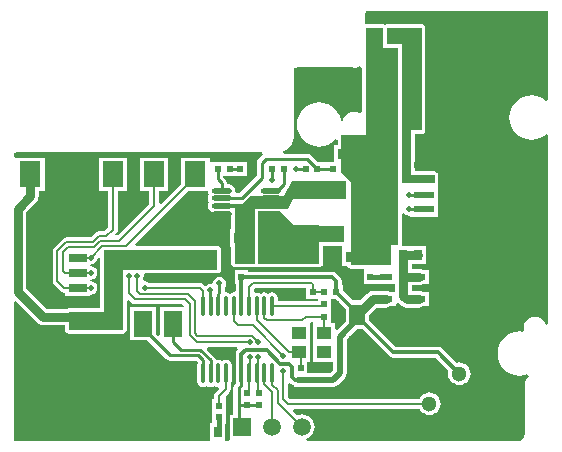
<source format=gtl>
%FSLAX25Y25*%
%MOIN*%
G70*
G01*
G75*
G04 Layer_Physical_Order=1*
G04 Layer_Color=255*
%ADD10R,0.07087X0.08661*%
%ADD11R,0.05906X0.02953*%
%ADD12R,0.11811X0.08268*%
%ADD13R,0.06693X0.02362*%
%ADD14R,0.10630X0.03937*%
%ADD15R,0.06299X0.08661*%
%ADD16R,0.03543X0.03740*%
%ADD17O,0.06693X0.01693*%
%ADD18R,0.01969X0.02165*%
%ADD19R,0.03000X0.03543*%
%ADD20R,0.16535X0.05512*%
%ADD21R,0.03937X0.05709*%
%ADD22R,0.04331X0.02362*%
%ADD23R,0.05315X0.07087*%
%ADD24R,0.02803X0.03600*%
%ADD25R,0.02804X0.03600*%
%ADD26R,0.02165X0.01969*%
%ADD27O,0.01378X0.06693*%
%ADD28R,0.04724X0.04331*%
%ADD29C,0.03000*%
%ADD30C,0.01500*%
%ADD31C,0.00800*%
%ADD32C,0.01000*%
%ADD33C,0.01200*%
%ADD34C,0.02000*%
%ADD35R,0.05118X0.05118*%
%ADD36C,0.05118*%
%ADD37R,0.05906X0.05906*%
%ADD38C,0.05906*%
%ADD39C,0.01969*%
G36*
X101272Y41015D02*
X101272D01*
Y34284D01*
Y27985D01*
X107857D01*
Y25029D01*
X106939Y24112D01*
X99216D01*
Y27985D01*
X100128D01*
Y34284D01*
Y41015D01*
D01*
Y41015D01*
X100482Y41369D01*
X101272D01*
Y41015D01*
D02*
G37*
G36*
X98884Y49017D02*
X102747D01*
Y48152D01*
X89442D01*
Y49178D01*
X89295Y49915D01*
X88878Y50540D01*
X88253Y50957D01*
X87516Y51104D01*
X86779Y50957D01*
X86236Y50595D01*
X85694Y50957D01*
X84957Y51104D01*
X84220Y50957D01*
X83677Y50595D01*
X83135Y50957D01*
X82398Y51104D01*
X82088Y51042D01*
X81470Y51550D01*
Y52163D01*
X81976Y52669D01*
X98884D01*
Y49017D01*
D02*
G37*
G36*
X66265Y84202D02*
X66587Y83720D01*
X66265Y83239D01*
X66106Y82441D01*
X66265Y81642D01*
X66587Y81161D01*
X66265Y80680D01*
X66106Y79882D01*
X66265Y79083D01*
X66717Y78407D01*
X67394Y77954D01*
X68193Y77795D01*
X73193D01*
X73355Y77828D01*
X73973Y77320D01*
Y72109D01*
X73556D01*
Y66166D01*
X73973D01*
Y60630D01*
X74067Y60162D01*
X74332Y59765D01*
X74729Y59500D01*
X75197Y59406D01*
X81890D01*
X82358Y59500D01*
X82433Y59549D01*
X82800Y59477D01*
X103200D01*
X103668Y59570D01*
X104065Y59835D01*
X104129Y59930D01*
X104373D01*
Y60446D01*
X104423Y60700D01*
Y66682D01*
X110832D01*
Y66070D01*
X110832D01*
Y59930D01*
X112617D01*
X112649Y59768D01*
X112914Y59371D01*
X113311Y59106D01*
X113779Y59013D01*
X118084D01*
Y58483D01*
X118084D01*
Y53917D01*
X122123D01*
Y53859D01*
X128572D01*
Y51141D01*
X126795D01*
X126193Y51390D01*
X125488Y51483D01*
X121102D01*
X120397Y51390D01*
X119741Y51118D01*
X119177Y50686D01*
X116892Y48401D01*
X114363D01*
X111053Y51711D01*
Y53583D01*
X110704D01*
Y54931D01*
X110587Y55517D01*
X110564Y55634D01*
X110166Y56229D01*
X108898Y57498D01*
X108302Y57896D01*
X108186Y57919D01*
X107600Y58035D01*
X79453D01*
Y58483D01*
X75084D01*
Y53917D01*
X75444D01*
Y51591D01*
X74826Y51083D01*
X74721Y51104D01*
X73983Y50957D01*
X73441Y50595D01*
X72899Y50957D01*
X72161Y51104D01*
X71733Y51455D01*
Y52763D01*
X72057Y53248D01*
X72227Y54100D01*
X72057Y54952D01*
X71575Y55675D01*
X70852Y56157D01*
X70000Y56327D01*
X69148Y56157D01*
X68425Y55675D01*
X67943Y54952D01*
X67840Y54437D01*
X67175Y53992D01*
X67000Y54027D01*
X66148Y53857D01*
X65425Y53375D01*
X64977Y53331D01*
X64553Y53754D01*
X64024Y54107D01*
X63400Y54231D01*
X46590D01*
X45952Y54658D01*
X45100Y54827D01*
X44905Y54788D01*
X44461Y55453D01*
X44657Y55748D01*
X44827Y56600D01*
X44783Y56819D01*
X45291Y57438D01*
X69291D01*
X69760Y57531D01*
X70157Y57796D01*
X70422Y58193D01*
X70515Y58661D01*
Y65354D01*
X70422Y65823D01*
X70157Y66220D01*
X69760Y66485D01*
X69291Y66578D01*
X42230D01*
X41924Y67317D01*
X59576Y84969D01*
X66113D01*
X66265Y84202D01*
D02*
G37*
G36*
X69291Y58661D02*
X37795D01*
Y38583D01*
X19685D01*
Y44488D01*
X31496D01*
Y65354D01*
X69291D01*
Y58661D01*
D02*
G37*
G36*
X76284Y32030D02*
X75982Y31727D01*
X75584Y31132D01*
X75561Y31015D01*
X75444Y30429D01*
Y27193D01*
X75353Y26737D01*
Y21422D01*
X75432Y21027D01*
Y20797D01*
X75152Y20517D01*
X74777Y19955D01*
X74645Y19291D01*
Y10353D01*
X73347D01*
Y2047D01*
D01*
Y2047D01*
X72783Y1483D01*
X72002D01*
Y7247D01*
X72083D01*
Y11184D01*
Y15553D01*
X72083D01*
X72083Y16476D01*
X73315Y17708D01*
X73669Y18237D01*
X73793Y18861D01*
Y20463D01*
X73941Y20685D01*
X74087Y21422D01*
Y26737D01*
X73941Y27474D01*
X73523Y28099D01*
X72899Y28516D01*
X72161Y28663D01*
X71424Y28516D01*
X70882Y28154D01*
X70339Y28516D01*
X69602Y28663D01*
X69323Y28607D01*
X68658Y29052D01*
X68645Y29120D01*
X68269Y29682D01*
X65922Y32030D01*
X66228Y32769D01*
X75978D01*
X76284Y32030D01*
D02*
G37*
G36*
X40747Y47646D02*
X41276Y47293D01*
X41900Y47169D01*
X57562D01*
X58007Y46503D01*
X57871Y46176D01*
X50050D01*
Y36946D01*
X49311Y36640D01*
X48750Y37202D01*
Y46176D01*
X40050D01*
Y35115D01*
X45934D01*
X52174Y28874D01*
X52737Y28499D01*
X53400Y28367D01*
X62137D01*
X62751Y27752D01*
Y27543D01*
X62705Y27474D01*
X62558Y26737D01*
Y21422D01*
X62705Y20685D01*
X63122Y20060D01*
X63747Y19643D01*
X64484Y19496D01*
X65221Y19643D01*
X65764Y20005D01*
X66306Y19643D01*
X67043Y19496D01*
X67780Y19643D01*
X68323Y20005D01*
X68865Y19643D01*
X69510Y19514D01*
X69742Y18749D01*
X68647Y17653D01*
X68293Y17124D01*
X68169Y16500D01*
Y15553D01*
X67517D01*
Y11184D01*
Y7400D01*
X66798D01*
Y1483D01*
X2591D01*
X2583Y1488D01*
X1969Y1610D01*
X1733Y1563D01*
X1606Y1973D01*
X1606Y1973D01*
X1606D01*
X1484Y2587D01*
X1478Y2595D01*
Y13161D01*
X1484Y13169D01*
X1606Y13784D01*
X1484Y14398D01*
X1478Y14406D01*
Y47759D01*
X2217Y48065D01*
X9390Y40892D01*
X9954Y40460D01*
X10611Y40188D01*
X11316Y40095D01*
X18462D01*
Y38583D01*
X18555Y38115D01*
X18820Y37718D01*
X19217Y37452D01*
X19685Y37359D01*
X37795D01*
X38263Y37452D01*
X38660Y37718D01*
X38926Y38115D01*
X39019Y38583D01*
Y48329D01*
X39758Y48635D01*
X40747Y47646D01*
D02*
G37*
G36*
X112143Y45430D02*
Y41515D01*
X109135Y38507D01*
X108396Y38813D01*
Y41015D01*
X107116D01*
Y44917D01*
Y49017D01*
X108556D01*
X112143Y45430D01*
D02*
G37*
G36*
X84495Y96973D02*
X84274Y96826D01*
X82974Y95526D01*
X82599Y94963D01*
X82467Y94300D01*
Y90018D01*
X76623Y84174D01*
X75746D01*
X75238Y84793D01*
X75279Y85000D01*
X75121Y85799D01*
X74668Y86475D01*
X73991Y86928D01*
X73193Y87086D01*
X72426D01*
Y87707D01*
X72294Y88370D01*
X71919Y88933D01*
X71225Y89626D01*
Y89879D01*
X79176D01*
Y94444D01*
X67308D01*
D01*
X67308D01*
X66743Y95009D01*
Y96031D01*
X57257D01*
Y87264D01*
X50621Y80628D01*
X49881Y80934D01*
Y84969D01*
X52993D01*
Y96031D01*
X43507D01*
Y84969D01*
X46619D01*
Y80426D01*
X36247Y70054D01*
X35462Y70210D01*
X35332Y70525D01*
X35653Y70846D01*
X36007Y71376D01*
X36131Y72000D01*
X36131Y72000D01*
X36131Y72000D01*
Y72000D01*
Y84969D01*
X39243D01*
Y96031D01*
X29757D01*
Y84969D01*
X32869D01*
Y72676D01*
X31579Y71386D01*
X29673D01*
X29049Y71262D01*
X28520Y70908D01*
X27044Y69431D01*
X19000D01*
X18376Y69307D01*
X17846Y68954D01*
X14846Y65953D01*
X14493Y65424D01*
X14369Y64800D01*
Y54900D01*
X14369Y54900D01*
X14369D01*
X14493Y54276D01*
X14846Y53746D01*
X17086Y51507D01*
X17615Y51153D01*
X18239Y51029D01*
X18531D01*
Y49984D01*
X26836D01*
Y50156D01*
X27100Y50373D01*
X27952Y50542D01*
X28675Y51025D01*
X29158Y51748D01*
X29327Y52600D01*
X29158Y53452D01*
X28675Y54175D01*
X27952Y54658D01*
X27100Y54827D01*
X27100Y54827D01*
X27100Y54827D01*
X26836Y54905D01*
Y55156D01*
X27100Y55373D01*
X27952Y55542D01*
X28675Y56025D01*
X29158Y56748D01*
X29327Y57600D01*
X29158Y58452D01*
X28675Y59175D01*
X27952Y59658D01*
X27100Y59827D01*
X27100Y59827D01*
X27100Y59827D01*
X26836Y59905D01*
Y60250D01*
X27063Y60436D01*
X27915Y60605D01*
X28638Y61088D01*
X29120Y61811D01*
X29207Y62247D01*
X29913Y62625D01*
X30273Y62476D01*
Y45712D01*
X19685D01*
X19217Y45619D01*
X19101Y45541D01*
X12444D01*
X5523Y52462D01*
Y77772D01*
X8926Y81174D01*
X9358Y81738D01*
X9630Y82395D01*
X9723Y83100D01*
Y84969D01*
X11743D01*
Y96031D01*
X2257D01*
Y96031D01*
X2044D01*
X1766Y96309D01*
X1487Y96649D01*
X1606Y97249D01*
X1559Y97484D01*
X1969Y97611D01*
X1969Y97611D01*
Y97611D01*
X2583Y97733D01*
X2591Y97739D01*
X84263D01*
X84495Y96973D01*
D02*
G37*
G36*
X116938Y126485D02*
X117577Y125652D01*
Y111667D01*
X116942Y110840D01*
X116911Y110819D01*
X115995Y111199D01*
X115767Y111229D01*
X115615Y111330D01*
X115000Y111453D01*
X114386Y111330D01*
X114234Y111229D01*
X114005Y111199D01*
X113078Y110815D01*
X112281Y110204D01*
X111670Y109407D01*
X111286Y108480D01*
X111261Y108289D01*
X110461Y108302D01*
X110438Y108533D01*
X110018Y109919D01*
X109335Y111197D01*
X108415Y112317D01*
X107295Y113236D01*
X106018Y113919D01*
X104631Y114340D01*
X103189Y114482D01*
X101747Y114340D01*
X100361Y113919D01*
X99083Y113236D01*
X97963Y112317D01*
X97044Y111197D01*
X96361Y109919D01*
X95940Y108533D01*
X95798Y107091D01*
X95940Y105649D01*
X96361Y104262D01*
X97044Y102985D01*
X97963Y101865D01*
X99083Y100945D01*
X100361Y100262D01*
X101747Y99842D01*
X103189Y99700D01*
X104631Y99842D01*
X106018Y100262D01*
X107295Y100945D01*
X108415Y101865D01*
X108653Y102154D01*
X109406Y101885D01*
Y100137D01*
X108265D01*
Y94448D01*
X105517D01*
D01*
D01*
X105517Y94448D01*
X104822D01*
Y94448D01*
X102806D01*
X100429Y96826D01*
X99866Y97201D01*
X99203Y97333D01*
X91484D01*
X91328Y98118D01*
X92126Y98448D01*
X93252Y99312D01*
X94115Y100437D01*
X94658Y101748D01*
X94745Y102413D01*
X94830Y102539D01*
X94952Y103154D01*
X94830Y103769D01*
X94825Y103776D01*
Y124933D01*
X94830Y124941D01*
X94952Y125556D01*
X94906Y125791D01*
X95315Y125918D01*
X95315Y125918D01*
Y125918D01*
X95930Y126040D01*
X95937Y126046D01*
X114575D01*
X114582Y126040D01*
X115197Y125918D01*
X115812Y126040D01*
X115970Y126146D01*
X116089Y126162D01*
X116911Y126503D01*
X116938Y126485D01*
D02*
G37*
G36*
X178520Y145017D02*
X179134Y144895D01*
X179370Y144941D01*
X179497Y144532D01*
X179497Y144532D01*
X179497D01*
X179619Y143918D01*
X179624Y143910D01*
Y115223D01*
X178901Y114881D01*
X178122Y115520D01*
X176845Y116203D01*
X175458Y116624D01*
X174016Y116766D01*
X172574Y116624D01*
X171187Y116203D01*
X169910Y115520D01*
X168790Y114601D01*
X167870Y113481D01*
X167188Y112203D01*
X166767Y110816D01*
X166625Y109374D01*
X166767Y107932D01*
X167188Y106546D01*
X167870Y105268D01*
X168790Y104148D01*
X169910Y103229D01*
X171187Y102546D01*
X172574Y102125D01*
X174016Y101983D01*
X175458Y102125D01*
X176845Y102546D01*
X178122Y103229D01*
X178901Y103868D01*
X179624Y103526D01*
Y40502D01*
X178840Y40346D01*
X178527Y41100D01*
X177916Y41896D01*
X177120Y42507D01*
X176192Y42892D01*
X175197Y43023D01*
X174202Y42892D01*
X173275Y42507D01*
X172478Y41896D01*
X171867Y41100D01*
X171483Y40173D01*
X171352Y39178D01*
X171428Y38601D01*
X170872Y38026D01*
X170079Y38104D01*
X168637Y37962D01*
X167251Y37541D01*
X165973Y36858D01*
X164853Y35939D01*
X163934Y34819D01*
X163251Y33541D01*
X162830Y32155D01*
X162688Y30713D01*
X162830Y29271D01*
X163251Y27885D01*
X163934Y26607D01*
X164853Y25487D01*
X165973Y24567D01*
X167251Y23884D01*
X168637Y23464D01*
X170079Y23322D01*
X171521Y23464D01*
X172552Y23776D01*
X173007Y23119D01*
X172460Y22406D01*
X171917Y21096D01*
X171732Y19689D01*
X171750D01*
Y15752D01*
Y3941D01*
X171750Y3941D01*
D01*
D01*
X171763Y3875D01*
X171587Y2990D01*
X171049Y2184D01*
X170242Y1646D01*
X169357Y1469D01*
X169292Y1483D01*
X99013D01*
X98857Y2267D01*
X99594Y2573D01*
X100462Y3238D01*
X101127Y4106D01*
X101546Y5116D01*
X101689Y6200D01*
X101546Y7284D01*
X101127Y8294D01*
X100462Y9162D01*
X99594Y9827D01*
X98584Y10246D01*
X97500Y10389D01*
X96416Y10246D01*
X95953Y10054D01*
X94377Y11630D01*
X94684Y12369D01*
X136607D01*
X136716Y12104D01*
X137319Y11319D01*
X138104Y10717D01*
X139019Y10338D01*
X140000Y10209D01*
X140981Y10338D01*
X141896Y10717D01*
X142681Y11319D01*
X143283Y12104D01*
X143662Y13019D01*
X143791Y14000D01*
X143662Y14981D01*
X143283Y15896D01*
X142681Y16681D01*
X141896Y17284D01*
X140981Y17662D01*
X140000Y17792D01*
X139019Y17662D01*
X138104Y17284D01*
X137319Y16681D01*
X136716Y15896D01*
X136607Y15631D01*
X93476D01*
X92931Y16176D01*
Y20528D01*
X93670Y20834D01*
X93934Y20571D01*
X94529Y20173D01*
X94646Y20150D01*
X94717Y20135D01*
Y19684D01*
X96704D01*
X97000Y19625D01*
X107869D01*
X108727Y19796D01*
X109455Y20282D01*
X109455Y20282D01*
X109455Y20282D01*
X111686Y22514D01*
X111686Y22514D01*
X111686Y22514D01*
X112172Y23242D01*
X112343Y24100D01*
Y35371D01*
X115886Y38914D01*
X117590D01*
X126700Y29805D01*
X127098Y29539D01*
X127295Y29407D01*
X127998Y29267D01*
X142138D01*
X146363Y25042D01*
X146338Y24981D01*
X146209Y24000D01*
X146338Y23019D01*
X146716Y22104D01*
X147319Y21319D01*
X148104Y20717D01*
X149019Y20338D01*
X150000Y20209D01*
X150981Y20338D01*
X151896Y20717D01*
X152681Y21319D01*
X153284Y22104D01*
X153662Y23019D01*
X153791Y24000D01*
X153662Y24981D01*
X153284Y25896D01*
X152681Y26681D01*
X151896Y27283D01*
X150981Y27662D01*
X150000Y27792D01*
X149019Y27662D01*
X148958Y27637D01*
X144195Y32400D01*
X143600Y32798D01*
X143483Y32821D01*
X142898Y32938D01*
X128758D01*
X119858Y41838D01*
Y43664D01*
X122230Y46036D01*
X125488D01*
X126193Y46129D01*
X126795Y46379D01*
X128853D01*
Y47352D01*
X129593Y47658D01*
X130417Y46834D01*
X130981Y46401D01*
X131638Y46129D01*
X132343Y46036D01*
X136512D01*
X137217Y46129D01*
X137819Y46379D01*
X139877D01*
Y51141D01*
X137819D01*
X137217Y51390D01*
X136512Y51483D01*
X134019D01*
Y53517D01*
X136512D01*
X137217Y53610D01*
X137819Y53859D01*
X139877D01*
Y58621D01*
X137819D01*
X137217Y58871D01*
X136512Y58964D01*
X134019D01*
Y60528D01*
X138747D01*
Y63323D01*
X138770Y63500D01*
X138747Y63677D01*
Y66472D01*
X131126D01*
X130751Y66929D01*
Y77156D01*
X131517Y77388D01*
X131625Y77225D01*
X132348Y76743D01*
X133200Y76573D01*
X133426Y76618D01*
X133741Y76359D01*
Y76359D01*
X142834D01*
Y80715D01*
X142834D01*
Y80715D01*
D01*
X142834Y81121D01*
Y81132D01*
Y81201D01*
X142834Y81280D01*
X142834Y81687D01*
X142834Y81687D01*
X142834D01*
Y85636D01*
X142834D01*
Y85636D01*
D01*
X142834Y86042D01*
Y86054D01*
Y86122D01*
X142834Y86202D01*
X142834Y86608D01*
X142834D01*
Y86608D01*
Y86608D01*
D01*
X142956Y87402D01*
Y87402D01*
Y90158D01*
X142863Y90626D01*
X142834Y90669D01*
Y90964D01*
X142637D01*
X142597Y91023D01*
X142201Y91288D01*
X141732Y91381D01*
X135082D01*
Y103895D01*
X137402D01*
X137870Y103988D01*
X138267Y104253D01*
X138532Y104650D01*
X138625Y105118D01*
Y139370D01*
X138532Y139838D01*
X138267Y140235D01*
X137870Y140500D01*
X137402Y140594D01*
X125984D01*
X125516Y140500D01*
X125197Y140287D01*
X124878Y140500D01*
X124409Y140594D01*
X118800D01*
X118644Y140722D01*
Y143910D01*
X118649Y143918D01*
X118771Y144532D01*
X118725Y144768D01*
X119134Y144895D01*
X119134Y144895D01*
Y144895D01*
X119749Y145017D01*
X119756Y145022D01*
X178512D01*
X178520Y145017D01*
D02*
G37*
G36*
X137402Y105118D02*
X133858D01*
Y90158D01*
X141732D01*
Y87402D01*
X130709D01*
Y133858D01*
X125984D01*
Y139370D01*
X137402D01*
Y105118D01*
D02*
G37*
G36*
X124409Y132677D02*
X129528D01*
Y66929D01*
X127165D01*
Y60236D01*
X113779D01*
Y87795D01*
X110630Y90945D01*
Y103543D01*
X118800D01*
Y139370D01*
X124409D01*
Y132677D01*
D02*
G37*
G36*
X112205Y82284D02*
X94488D01*
X92847Y79000D01*
X81890D01*
Y60630D01*
X75197D01*
Y79134D01*
X68110D01*
Y80709D01*
X77559D01*
X80150Y83300D01*
X91462D01*
X94095Y88189D01*
X112205D01*
Y82284D01*
D02*
G37*
G36*
X92500Y75900D02*
X95000Y73400D01*
X103200D01*
Y60700D01*
X82800D01*
Y78200D01*
X90100D01*
X92500Y75900D01*
D02*
G37*
D10*
X7000Y90500D02*
D03*
X20750D02*
D03*
X34500D02*
D03*
X48250D02*
D03*
X62000D02*
D03*
D11*
X22683Y62582D02*
D03*
X22683Y42818D02*
D03*
Y47739D02*
D03*
X22683Y52661D02*
D03*
Y57582D02*
D03*
D12*
X11463Y72641D02*
D03*
Y32680D02*
D03*
D13*
X138287Y78740D02*
D03*
Y83661D02*
D03*
Y88583D02*
D03*
Y93504D02*
D03*
D14*
X151575Y70275D02*
D03*
X151575Y101969D02*
D03*
D15*
X44400Y6000D02*
D03*
Y40646D02*
D03*
X54400Y6000D02*
D03*
Y40646D02*
D03*
D16*
X67204Y62638D02*
D03*
X79607D02*
D03*
X101401Y63000D02*
D03*
X113804D02*
D03*
D17*
X70693Y85000D02*
D03*
Y82441D02*
D03*
Y79882D02*
D03*
Y77323D02*
D03*
X87228Y85000D02*
D03*
Y82441D02*
D03*
Y79882D02*
D03*
Y77323D02*
D03*
D18*
X69492Y92161D02*
D03*
X73429D02*
D03*
X76992D02*
D03*
X80929D02*
D03*
X87432Y92100D02*
D03*
X91369D02*
D03*
X107701Y92165D02*
D03*
X111638D02*
D03*
X98701D02*
D03*
X102638D02*
D03*
X136031Y108000D02*
D03*
X139969D02*
D03*
X120268Y56200D02*
D03*
X116332D02*
D03*
X108869Y47200D02*
D03*
X104931D02*
D03*
Y43000D02*
D03*
X108869D02*
D03*
X97031Y25900D02*
D03*
X100969D02*
D03*
X101068Y51300D02*
D03*
X97132D02*
D03*
X108869D02*
D03*
X104931D02*
D03*
X73331Y56200D02*
D03*
X77268D02*
D03*
D19*
X70508Y69138D02*
D03*
X76256D02*
D03*
X110965Y97165D02*
D03*
X105217D02*
D03*
X127795Y136000D02*
D03*
X122047D02*
D03*
X131295Y63500D02*
D03*
X125547D02*
D03*
X141795D02*
D03*
X136047D02*
D03*
D20*
X103303Y70638D02*
D03*
Y85205D02*
D03*
D21*
X141744Y113787D02*
D03*
X134106D02*
D03*
X141744Y121287D02*
D03*
X134106D02*
D03*
X141744Y128787D02*
D03*
X134106D02*
D03*
X141744Y136287D02*
D03*
X134106D02*
D03*
D22*
X136512Y48760D02*
D03*
Y52500D02*
D03*
Y56240D02*
D03*
X125488D02*
D03*
Y48760D02*
D03*
D23*
X116000Y43657D02*
D03*
Y33342D02*
D03*
D24*
X63400Y4400D02*
D03*
D25*
X69400D02*
D03*
D26*
X69800Y13368D02*
D03*
Y9431D02*
D03*
X97000Y17932D02*
D03*
Y21869D02*
D03*
X101100Y17932D02*
D03*
Y21869D02*
D03*
X83300Y17569D02*
D03*
Y13632D02*
D03*
X79200Y17569D02*
D03*
Y13632D02*
D03*
D27*
X64484Y24080D02*
D03*
X67043D02*
D03*
X69602D02*
D03*
X72161D02*
D03*
X74721D02*
D03*
X77280D02*
D03*
X79839D02*
D03*
X82398D02*
D03*
X84957D02*
D03*
X87516D02*
D03*
X64484Y46521D02*
D03*
X67043D02*
D03*
X69602D02*
D03*
X72161D02*
D03*
X74721D02*
D03*
X77280D02*
D03*
X79839D02*
D03*
X82398D02*
D03*
X84957D02*
D03*
X87516D02*
D03*
D28*
X96566Y31350D02*
D03*
X104834D02*
D03*
Y37650D02*
D03*
X96566D02*
D03*
D29*
X131295Y63500D02*
X136047D01*
X131295Y49807D02*
X132343Y48760D01*
X136512D01*
X131630Y56240D02*
X136512D01*
X131295Y49807D02*
Y63500D01*
X121102Y48760D02*
X125488D01*
X116000Y43657D02*
X121102Y48760D01*
X7000Y83100D02*
Y90500D01*
X2800Y78900D02*
X7000Y83100D01*
X2800Y51334D02*
Y78900D01*
Y51334D02*
X11316Y42818D01*
X22683D01*
D30*
X120309Y56240D02*
X125488D01*
X69800Y4800D02*
Y9431D01*
D31*
X87516Y46521D02*
X104252D01*
X84957Y42602D02*
Y46521D01*
Y42602D02*
X85827Y41732D01*
X97638D01*
X98905Y43000D01*
X104931D01*
X79134Y17635D02*
X79839Y18339D01*
Y24080D01*
X84957Y20555D02*
Y24080D01*
Y20555D02*
X87500Y18012D01*
Y6200D02*
Y18012D01*
X87516Y20358D02*
Y24080D01*
Y20358D02*
X89370Y18504D01*
Y14330D02*
Y18504D01*
Y14330D02*
X97500Y6200D01*
X72161Y18861D02*
Y24080D01*
X69800Y16500D02*
X72161Y18861D01*
X69800Y13368D02*
Y16500D01*
X101068Y51300D02*
X104931D01*
Y37747D02*
Y43000D01*
X97031Y25900D02*
Y30885D01*
X22683Y62582D02*
X26982D01*
X27063Y62663D01*
X22702Y57600D02*
X27100D01*
X27063Y62663D02*
X27108D01*
X36654Y68154D02*
X48250Y79750D01*
Y90500D01*
X34500Y72000D02*
Y90500D01*
X38854Y66554D02*
X62000Y89700D01*
Y90500D01*
X18518Y57582D02*
X22683D01*
X17900Y58200D02*
X18518Y57582D01*
X32254Y69754D02*
X34500Y72000D01*
X29673Y69754D02*
X32254D01*
X27719Y67800D02*
X29673Y69754D01*
X30999Y66554D02*
X38854D01*
X30336Y68154D02*
X36654D01*
X27108Y62663D02*
X30999Y66554D01*
X28282Y66100D02*
X30336Y68154D01*
X19600Y66100D02*
X28282D01*
X19000Y67800D02*
X27719D01*
X17900Y58200D02*
Y64400D01*
X19600Y66100D01*
X16000Y64800D02*
X19000Y67800D01*
X16000Y54900D02*
Y64800D01*
Y54900D02*
X18239Y52661D01*
X22683D01*
X79839Y46521D02*
Y52839D01*
X81300Y54300D01*
X100600D01*
X101068Y53831D01*
Y51300D02*
Y53831D01*
X22683Y52661D02*
X27039D01*
X64484Y46521D02*
X64600Y46405D01*
X64484Y46521D02*
Y47416D01*
X82700Y18169D02*
X83300Y17569D01*
X80100Y24341D02*
Y29500D01*
X74721Y41579D02*
Y46521D01*
Y41579D02*
X76200Y40100D01*
X82398Y42012D02*
Y46521D01*
X76200Y40100D02*
X81200D01*
X91300Y30000D01*
X82398Y42012D02*
X93059Y31350D01*
X96566D01*
X91300Y15500D02*
Y24900D01*
Y15500D02*
X92800Y14000D01*
X140000D01*
X45000Y52600D02*
X63400D01*
X64484Y51516D01*
Y46521D02*
Y51516D01*
X39800Y56700D02*
Y56800D01*
X42600Y51400D02*
Y56600D01*
Y51400D02*
X43600Y50400D01*
X59500D01*
X62616Y36584D02*
X81005D01*
X83000Y34589D01*
X62537Y34400D02*
X80100D01*
X60100Y36837D02*
X62537Y34400D01*
X60100Y36837D02*
Y47300D01*
X58600Y48800D02*
X60100Y47300D01*
X41900Y48800D02*
X58600D01*
X39800Y50900D02*
X41900Y48800D01*
X39800Y50900D02*
Y56700D01*
X61700Y37500D02*
X62616Y36584D01*
X61700Y37500D02*
Y48200D01*
X59500Y50400D02*
X61700Y48200D01*
X82700Y18169D02*
Y29100D01*
D32*
X76378Y7322D02*
X76817Y6883D01*
X76378Y19291D02*
X77165Y20079D01*
Y23965D01*
X77280Y24080D01*
X76378Y7322D02*
Y19291D01*
X76624Y13632D02*
X79200D01*
X83300D01*
X70693Y85000D02*
Y87707D01*
X69492Y88908D02*
X70693Y87707D01*
X69492Y88908D02*
Y92161D01*
X73429D02*
X76992D01*
X102638Y92165D02*
X107701D01*
X70693Y82441D02*
X77341D01*
X84200Y89300D01*
Y94300D01*
X85500Y95600D01*
X99203D01*
X102638Y92165D01*
X138249Y83700D02*
X138287Y83661D01*
X133200Y83700D02*
X138249D01*
X133260Y78740D02*
X138287D01*
X67000Y51800D02*
X67043Y46521D01*
X69602D02*
Y50602D01*
X70000Y51000D01*
Y54000D01*
X64484Y24080D02*
Y28470D01*
X54400Y34700D02*
Y40646D01*
Y34700D02*
X57200Y31900D01*
X63600D01*
X67043Y28457D01*
Y24080D02*
Y28457D01*
X62854Y30100D02*
X64484Y28470D01*
X53400Y30100D02*
X62854D01*
X44400Y39100D02*
X53400Y30100D01*
X91369Y87301D02*
Y92100D01*
X87228Y85000D02*
X89067D01*
X91369Y87301D01*
X87432Y88613D02*
Y92100D01*
X98666Y92200D02*
X98701Y92165D01*
X95400Y92200D02*
X98666D01*
D33*
X142898Y31102D02*
X150000Y24000D01*
X127998Y31102D02*
X142898D01*
X108869Y51300D02*
X116000Y44168D01*
X77280Y46521D02*
Y56100D01*
Y56200D02*
X107600D01*
X108869Y54931D01*
Y51300D02*
Y54931D01*
X117500Y41600D02*
X127998Y31102D01*
X95231Y21869D02*
X97000D01*
X94100Y23000D02*
X95231Y21869D01*
X94100Y23000D02*
Y26300D01*
X77280Y24080D02*
Y30429D01*
X78740Y31890D01*
X85710D01*
X93100Y27300D02*
X94100Y26300D01*
X85710Y31890D02*
X90300Y27300D01*
X93100D01*
D34*
X101100Y21869D02*
X107869D01*
X110100Y24100D01*
Y36300D01*
X116000Y42200D01*
Y42800D01*
X97000Y21869D02*
X101100D01*
D35*
X130000Y24000D02*
D03*
D36*
X150000D02*
D03*
X140000Y14000D02*
D03*
D37*
X77500Y6200D02*
D03*
D38*
X87500D02*
D03*
X97500D02*
D03*
X107500D02*
D03*
D39*
X83000Y29400D02*
D03*
X27100Y57600D02*
D03*
Y52600D02*
D03*
X27063Y62663D02*
D03*
X67000Y51800D02*
D03*
X70000Y54100D02*
D03*
X133200Y83700D02*
D03*
Y78800D02*
D03*
X45100Y52600D02*
D03*
X91300Y30000D02*
D03*
X83000Y34400D02*
D03*
X80100D02*
D03*
Y29500D02*
D03*
X91300Y24900D02*
D03*
X39800Y56700D02*
D03*
X42600Y56600D02*
D03*
X11811Y78740D02*
D03*
X19685D02*
D03*
X27559D02*
D03*
Y86614D02*
D03*
Y94488D02*
D03*
X41339Y78740D02*
D03*
Y86614D02*
D03*
Y94488D02*
D03*
X55118D02*
D03*
Y86614D02*
D03*
X65945Y76772D02*
D03*
X62992Y73819D02*
D03*
X65945D02*
D03*
X62992Y76772D02*
D03*
X68898Y73819D02*
D03*
X71850D02*
D03*
X65945Y70866D02*
D03*
X62992D02*
D03*
X45276Y67913D02*
D03*
X51181D02*
D03*
X57087D02*
D03*
Y72835D02*
D03*
X51181D02*
D03*
X57087Y77756D02*
D03*
X78740Y88583D02*
D03*
X74803D02*
D03*
X87402D02*
D03*
X67700Y96600D02*
D03*
X82400Y96400D02*
D03*
X100300Y98900D02*
D03*
X96457Y114173D02*
D03*
Y124016D02*
D03*
Y119095D02*
D03*
X103347Y124016D02*
D03*
X109252D02*
D03*
X115157D02*
D03*
X103347Y119095D02*
D03*
X109252D02*
D03*
X115157D02*
D03*
X109252Y114173D02*
D03*
X115157D02*
D03*
X121063Y143701D02*
D03*
X128937D02*
D03*
X136811D02*
D03*
X144685D02*
D03*
X152559D02*
D03*
X160433D02*
D03*
X169291D02*
D03*
X177165D02*
D03*
Y136811D02*
D03*
Y129921D02*
D03*
Y123031D02*
D03*
X160433Y136811D02*
D03*
Y129921D02*
D03*
Y123031D02*
D03*
X146653Y139764D02*
D03*
Y131890D02*
D03*
Y124016D02*
D03*
Y117126D02*
D03*
Y110236D02*
D03*
X149606Y107283D02*
D03*
X153543D02*
D03*
X157480D02*
D03*
X177165Y98425D02*
D03*
Y89567D02*
D03*
Y81693D02*
D03*
Y72835D02*
D03*
Y64961D02*
D03*
Y55118D02*
D03*
Y46260D02*
D03*
X168307D02*
D03*
X160433D02*
D03*
Y39370D02*
D03*
Y32480D02*
D03*
Y24606D02*
D03*
Y17717D02*
D03*
X170276D02*
D03*
Y10827D02*
D03*
Y3937D02*
D03*
X160433D02*
D03*
Y10827D02*
D03*
X140748Y101378D02*
D03*
Y98425D02*
D03*
X143701Y101378D02*
D03*
Y98425D02*
D03*
X144685Y94488D02*
D03*
X147638D02*
D03*
X144685Y91535D02*
D03*
X147638D02*
D03*
X27165Y47638D02*
D03*
X7874Y64961D02*
D03*
X11811D02*
D03*
X7874Y61024D02*
D03*
X11811D02*
D03*
X7874Y57087D02*
D03*
X11811D02*
D03*
X7874Y53150D02*
D03*
X11811D02*
D03*
Y49213D02*
D03*
X15748D02*
D03*
X3937Y43307D02*
D03*
Y35433D02*
D03*
Y27559D02*
D03*
Y19685D02*
D03*
Y11811D02*
D03*
Y3937D02*
D03*
X11811Y19685D02*
D03*
Y11811D02*
D03*
Y3937D02*
D03*
X19685D02*
D03*
X27559D02*
D03*
X35433D02*
D03*
X27559Y27559D02*
D03*
X35433D02*
D03*
X27559Y35433D02*
D03*
X35433D02*
D03*
X45276Y23622D02*
D03*
X53150D02*
D03*
X45276Y15748D02*
D03*
X53150D02*
D03*
X74200Y31000D02*
D03*
X59400Y4400D02*
D03*
X93800Y17900D02*
D03*
X105200Y17800D02*
D03*
X114173Y21654D02*
D03*
X118110D02*
D03*
X114173Y17717D02*
D03*
X118110D02*
D03*
X124016Y25591D02*
D03*
Y21654D02*
D03*
Y17717D02*
D03*
Y29528D02*
D03*
X116300Y53000D02*
D03*
X109500Y40400D02*
D03*
X141200Y59600D02*
D03*
X141300Y52500D02*
D03*
X144400D02*
D03*
X141200Y49500D02*
D03*
X144400Y49400D02*
D03*
X129921Y39370D02*
D03*
X137795D02*
D03*
X145669D02*
D03*
X153543D02*
D03*
X115157Y2953D02*
D03*
X119095D02*
D03*
X132874D02*
D03*
X115157Y6890D02*
D03*
X119095D02*
D03*
X137795Y2953D02*
D03*
X142717D02*
D03*
X147638D02*
D03*
X160433Y116142D02*
D03*
Y109252D02*
D03*
Y101378D02*
D03*
Y93504D02*
D03*
Y86614D02*
D03*
Y78740D02*
D03*
Y69882D02*
D03*
Y61024D02*
D03*
Y54134D02*
D03*
X146653Y86614D02*
D03*
Y78740D02*
D03*
X140748Y70866D02*
D03*
X134843D02*
D03*
X13780Y94488D02*
D03*
Y86614D02*
D03*
X69900Y31000D02*
D03*
X73200Y15800D02*
D03*
X104600Y26000D02*
D03*
X94000Y49200D02*
D03*
X91100D02*
D03*
X65600Y55800D02*
D03*
X56700D02*
D03*
X48600Y55700D02*
D03*
X113000Y56000D02*
D03*
X144300Y59600D02*
D03*
X95400Y92200D02*
D03*
X97300Y98900D02*
D03*
X94500D02*
D03*
M02*

</source>
